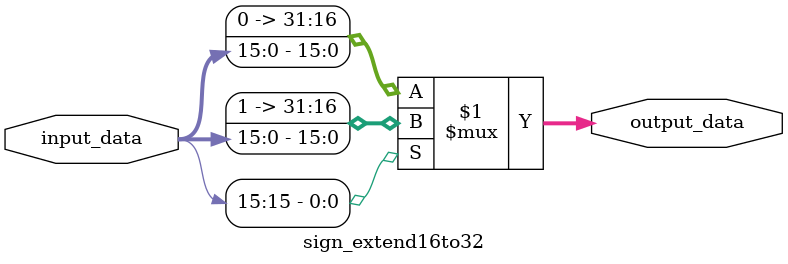
<source format=v>
module sign_extend16to32(input wire [15:0] input_data, 
                         output wire [31:0] output_data);

  // Expande os 16 bits de entrada para 32 bits adicionando 16 bits com o mesmo valor do bit de sinal
  assign output_data = (input_data[15]) ? {{16{1'b1}}, input_data} : {{16{1'b0}}, input_data};
  
endmodule
</source>
